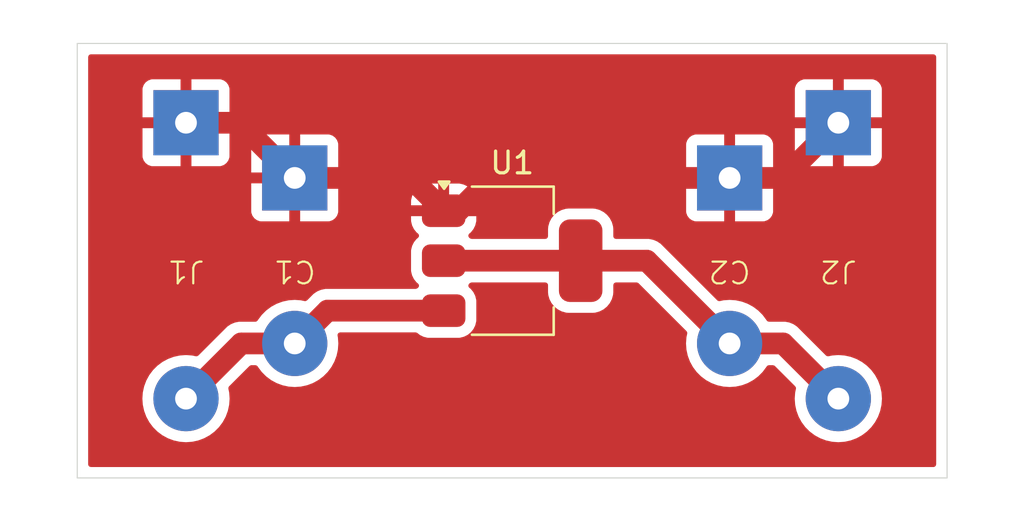
<source format=kicad_pcb>
(kicad_pcb (version 20240108) (generator "pcbnew") (generator_version "8.0")
  (layers (0 "F.Cu" signal) (31 "B.Cu" signal) (34 "B.Paste" user) (35 "F.Paste" user) (36 "B.SilkS" user "B.Silkscreen") (37 "F.SilkS" user "F.Silkscreen") (38 "B.Mask" user) (39 "F.Mask" user) (44 "Edge.Cuts" user))
  (net 0 "")
  (net 1 "Earth")
  (net 2 "Net-(J1-Pin_1)")
  (net 3 "Net-(J2-Pin_1)")
  (footprint "M4_PCB:two_pads_7.62" (layer "F.Cu") (at 35.5 52.19 180)
    (property "Reference" "C1" (at 0 -0.5 180) (layer "F.SilkS") (effects (font (thickness 0.1))))
    (property "Value" "C_Polarized")
    (pad "1" thru_hole circle (at 0 -3.81 180) (size 3 3) (drill 1) (layers "*.Cu" "*.Mask") (net 2 "Net-(J1-Pin_1)"))
    (pad "3" thru_hole rect (at 0 3.81 180) (size 3 3) (drill 1) (layers "*.Cu" "*.Mask") (net 1 "Earth"))
  )
  (footprint "Package_TO_SOT_SMD:SOT-223-3_TabPin2" (layer "F.Cu") (at 45.5 52.19)
    (property "Reference" "U1" (at 0 -4.5 0) (layer "F.SilkS"))
    (property "Value" "AMS1117-3.3")
    (fp_line (start -1.85 -3.41) (end 1.91 -3.41) (stroke (width 0.12)) (layer "F.SilkS"))
    (fp_line (start -1.85 3.41) (end 1.91 3.41) (stroke (width 0.12)) (layer "F.SilkS"))
    (fp_line (start 1.91 -3.41) (end 1.91 -2.15) (stroke (width 0.12)) (layer "F.SilkS"))
    (fp_line (start 1.91 3.41) (end 1.91 2.15) (stroke (width 0.12)) (layer "F.SilkS"))
    (fp_poly (pts (xy -3.13 -3.31) (xy -3.37 -3.64) (xy -2.89 -3.64) (xy -3.13 -3.31)) (stroke (width 0.12)) (fill solid) (layer "F.SilkS"))
    (pad "1" smd roundrect (at -3.15 -2.3) (size 2 1.5) (layers "F.Cu" "F.Paste" "F.Mask") (net 1 "Earth"))
    (pad "2" smd roundrect (at -3.15 0) (size 2 1.5) (layers "F.Cu" "F.Paste" "F.Mask") (net 3 "Net-(J2-Pin_1)"))
    (pad "2" smd roundrect (at 3.15 0) (size 2 3.8) (layers "F.Cu" "F.Paste" "F.Mask") (net 3 "Net-(J2-Pin_1)"))
    (pad "3" smd roundrect (at -3.15 2.3) (size 2 1.5) (layers "F.Cu" "F.Paste" "F.Mask") (net 2 "Net-(J1-Pin_1)"))
  )
  (footprint "M4_PCB:two_pads_7.62" (layer "F.Cu") (at 55.5 52.19 180)
    (property "Reference" "C2" (at 0 -0.5 180) (layer "F.SilkS") (effects (font (thickness 0.1))))
    (property "Value" "C_Polarized")
    (pad "1" thru_hole circle (at 0 -3.81 180) (size 3 3) (drill 1) (layers "*.Cu" "*.Mask") (net 3 "Net-(J2-Pin_1)"))
    (pad "2" thru_hole rect (at 0 3.81 180) (size 3 3) (drill 1) (layers "*.Cu" "*.Mask") (net 1 "Earth"))
  )
  (footprint "M4_PCB:regulator_pads" (layer "F.Cu") (at 60.5 52.19 180)
    (property "Reference" "J2" (at 0 -0.5 180) (layer "F.SilkS") (effects (font (thickness 0.1))))
    (property "Value" "Screw_Terminal_01x02")
    (pad "1" thru_hole circle (at 0 -6.35 180) (size 3 3) (drill 1) (layers "*.Cu" "*.Mask") (net 3 "Net-(J2-Pin_1)"))
    (pad "2" thru_hole rect (at 0 6.35 180) (size 3 3) (drill 1) (layers "*.Cu" "*.Mask") (net 1 "Earth"))
  )
  (footprint "M4_PCB:regulator_pads" (layer "F.Cu") (at 30.5 52.19 180)
    (property "Reference" "J1" (at 0 -0.5 180) (layer "F.SilkS") (effects (font (thickness 0.1))))
    (property "Value" "Screw_Terminal_01x02")
    (pad "1" thru_hole circle (at 0 -6.35 180) (size 3 3) (drill 1) (layers "*.Cu" "*.Mask") (net 2 "Net-(J1-Pin_1)"))
    (pad "2" thru_hole rect (at 0 6.35 180) (size 3 3) (drill 1) (layers "*.Cu" "*.Mask") (net 1 "Earth"))
  )
  (gr_line (start 25.5 42.19) (end 65.5 42.19) (stroke (width 0.05)) (layer "Edge.Cuts"))
  (gr_line (start 25.5 62.19) (end 65.5 62.19) (stroke (width 0.05)) (layer "Edge.Cuts"))
  (gr_line (start 25.5 42.19) (end 25.5 62.19) (stroke (width 0.05)) (layer "Edge.Cuts"))
  (gr_line (start 65.5 42.19) (end 65.5 62.19) (stroke (width 0.05)) (layer "Edge.Cuts"))
  (segment (start 42.35 49.89) (end 43.03 49.89) (width 1) (layer "F.Cu") (net 1))
  (segment (start 51.84 47.02) (end 53.2 48.38) (width 1) (layer "F.Cu") (net 1))
  (segment (start 32.96 45.84) (end 35.5 48.38) (width 1) (layer "F.Cu") (net 1))
  (segment (start 53.2 48.38) (end 55.5 48.38) (width 1) (layer "F.Cu") (net 1))
  (segment (start 45.9 47.02) (end 51.84 47.02) (width 1) (layer "F.Cu") (net 1))
  (segment (start 30.5 45.84) (end 32.96 45.84) (width 1) (layer "F.Cu") (net 1))
  (segment (start 40.84 48.38) (end 42.35 49.89) (width 1) (layer "F.Cu") (net 1))
  (segment (start 55.5 48.38) (end 57.96 48.38) (width 1) (layer "F.Cu") (net 1))
  (segment (start 35.5 48.38) (end 40.84 48.38) (width 1) (layer "F.Cu") (net 1))
  (segment (start 43.03 49.89) (end 45.9 47.02) (width 1) (layer "F.Cu") (net 1))
  (segment (start 57.96 48.38) (end 60.5 45.84) (width 1) (layer "F.Cu") (net 1))
  (segment (start 35.5 56) (end 33.04 56) (width 1) (layer "F.Cu") (net 2))
  (segment (start 42.35 54.49) (end 37.01 54.49) (width 1) (layer "F.Cu") (net 2))
  (segment (start 37.01 54.49) (end 35.5 56) (width 1) (layer "F.Cu") (net 2))
  (segment (start 33.04 56) (end 30.5 58.54) (width 1) (layer "F.Cu") (net 2))
  (segment (start 48.65 52.19) (end 51.69 52.19) (width 1) (layer "F.Cu") (net 3))
  (segment (start 51.69 52.19) (end 55.5 56) (width 1) (layer "F.Cu") (net 3))
  (segment (start 42.35 52.19) (end 48.65 52.19) (width 1) (layer "F.Cu") (net 3))
  (segment (start 55.5 56) (end 57.96 56) (width 1) (layer "F.Cu") (net 3))
  (segment (start 57.96 56) (end 60.5 58.54) (width 1) (layer "F.Cu") (net 3))
  (zone (net 1) (net_name "Earth") (layer "F.Cu") (connect_pads (clearance 0.5)) (min_thickness 0.25) (fill yes (thermal_gap 0.5) (thermal_bridge_width 0.5))
    (polygon (pts (xy 23.5 40.19) (xy 68.5 40.19) (xy 67.5 64.19) (xy 24.5 64.19)))
  )
)
</source>
